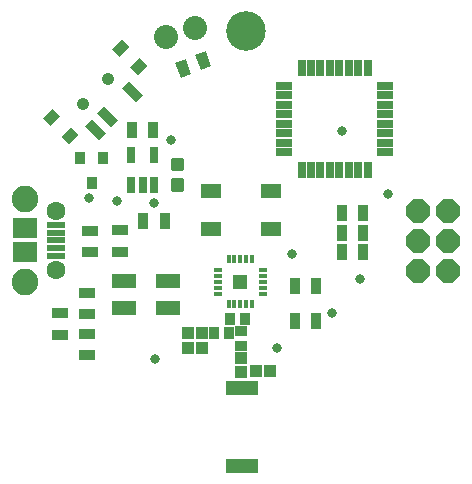
<source format=gts>
G75*
%MOIN*%
%OFA0B0*%
%FSLAX25Y25*%
%IPPOS*%
%LPD*%
%AMOC8*
5,1,8,0,0,1.08239X$1,22.5*
%
%ADD10C,0.13198*%
%ADD11R,0.05600X0.02800*%
%ADD12R,0.02800X0.05600*%
%ADD13R,0.03750X0.04143*%
%ADD14R,0.07100X0.04537*%
%ADD15R,0.03750X0.05324*%
%ADD16R,0.05324X0.03750*%
%ADD17C,0.08000*%
%ADD18R,0.02765X0.05324*%
%ADD19C,0.06309*%
%ADD20R,0.05915X0.02175*%
%ADD21R,0.08080X0.06506*%
%ADD22C,0.08868*%
%ADD23R,0.10600X0.04600*%
%ADD24R,0.04537X0.04537*%
%ADD25R,0.03159X0.01781*%
%ADD26R,0.01781X0.03159*%
%ADD27OC8,0.08000*%
%ADD28R,0.04537X0.03750*%
%ADD29R,0.03356X0.06506*%
%ADD30C,0.04143*%
%ADD31R,0.08080X0.04931*%
%ADD32C,0.01361*%
%ADD33R,0.03946X0.04143*%
%ADD34R,0.04143X0.03946*%
%ADD35R,0.03356X0.04143*%
%ADD36R,0.04143X0.03356*%
%ADD37C,0.03300*%
D10*
X0086458Y0165142D03*
D11*
X0099005Y0146760D03*
X0099005Y0143610D03*
X0099005Y0140461D03*
X0099005Y0137311D03*
X0099005Y0134161D03*
X0099005Y0131012D03*
X0099005Y0127862D03*
X0099005Y0124713D03*
X0132805Y0124713D03*
X0132805Y0127862D03*
X0132805Y0131012D03*
X0132805Y0134161D03*
X0132805Y0137311D03*
X0132805Y0140461D03*
X0132805Y0143610D03*
X0132805Y0146760D03*
D12*
X0126928Y0152636D03*
X0123779Y0152636D03*
X0120629Y0152636D03*
X0117480Y0152636D03*
X0114330Y0152636D03*
X0111180Y0152636D03*
X0108031Y0152636D03*
X0104881Y0152636D03*
X0104881Y0118836D03*
X0108031Y0118836D03*
X0111180Y0118836D03*
X0114330Y0118836D03*
X0117480Y0118836D03*
X0120629Y0118836D03*
X0123779Y0118836D03*
X0126928Y0118836D03*
D13*
X0038652Y0122585D03*
X0031171Y0122585D03*
X0034912Y0114317D03*
D14*
X0074579Y0111633D03*
X0074579Y0099035D03*
X0094870Y0099035D03*
X0094870Y0111633D03*
D15*
X0118407Y0104472D03*
X0118439Y0097867D03*
X0118323Y0091268D03*
X0125410Y0091268D03*
X0125525Y0097867D03*
X0125494Y0104472D03*
X0109674Y0080168D03*
X0102587Y0080168D03*
X0102587Y0068357D03*
X0109674Y0068357D03*
X0059281Y0101853D03*
X0052194Y0101853D03*
X0055416Y0132188D03*
X0048329Y0132188D03*
G36*
X0062728Y0154514D02*
X0066251Y0155796D01*
X0068072Y0150794D01*
X0064549Y0149512D01*
X0062728Y0154514D01*
G37*
G36*
X0069387Y0156937D02*
X0072910Y0158219D01*
X0074731Y0153217D01*
X0071208Y0151935D01*
X0069387Y0156937D01*
G37*
D16*
X0033296Y0056940D03*
X0033296Y0064026D03*
X0033296Y0070719D03*
X0033296Y0077806D03*
X0024275Y0070888D03*
X0024275Y0063801D03*
X0034214Y0091456D03*
X0034214Y0098542D03*
X0044469Y0098552D03*
X0044469Y0091465D03*
D17*
X0059754Y0162983D03*
X0069312Y0165923D03*
D18*
X0055616Y0123867D03*
X0048136Y0123867D03*
X0048136Y0113630D03*
X0051876Y0113630D03*
X0055616Y0113630D03*
D19*
X0023194Y0105144D03*
X0023194Y0085459D03*
D20*
X0023194Y0090183D03*
X0023194Y0092742D03*
X0023194Y0095301D03*
X0023194Y0097860D03*
X0023194Y0100419D03*
D21*
X0012564Y0099238D03*
X0012564Y0091364D03*
D22*
X0012605Y0081524D03*
X0012559Y0109096D03*
D23*
X0084875Y0046193D03*
X0084875Y0020193D03*
D24*
X0084482Y0081468D03*
D25*
X0091962Y0081468D03*
X0091962Y0083436D03*
X0091962Y0085405D03*
X0091962Y0079499D03*
X0091962Y0077531D03*
X0077002Y0077531D03*
X0077002Y0079499D03*
X0077002Y0081468D03*
X0077002Y0083436D03*
X0077002Y0085405D03*
D26*
X0080545Y0088948D03*
X0082513Y0088948D03*
X0084482Y0088948D03*
X0086450Y0088948D03*
X0088419Y0088948D03*
X0088419Y0073988D03*
X0086450Y0073988D03*
X0084482Y0073988D03*
X0082513Y0073988D03*
X0080545Y0073988D03*
D27*
X0143725Y0084976D03*
X0143725Y0094976D03*
X0153725Y0094976D03*
X0153725Y0084976D03*
X0153725Y0104976D03*
X0143725Y0104976D03*
D28*
G36*
X0047802Y0152976D02*
X0051008Y0156182D01*
X0053660Y0153530D01*
X0050454Y0150324D01*
X0047802Y0152976D01*
G37*
G36*
X0041678Y0159100D02*
X0044884Y0162306D01*
X0047536Y0159654D01*
X0044330Y0156448D01*
X0041678Y0159100D01*
G37*
G36*
X0018572Y0135994D02*
X0021778Y0139200D01*
X0024430Y0136548D01*
X0021224Y0133342D01*
X0018572Y0135994D01*
G37*
G36*
X0024696Y0129869D02*
X0027902Y0133075D01*
X0030554Y0130423D01*
X0027348Y0127217D01*
X0024696Y0129869D01*
G37*
D29*
G36*
X0032630Y0133347D02*
X0035003Y0135720D01*
X0039602Y0131121D01*
X0037229Y0128748D01*
X0032630Y0133347D01*
G37*
G36*
X0036806Y0137523D02*
X0039179Y0139896D01*
X0043778Y0135297D01*
X0041405Y0132924D01*
X0036806Y0137523D01*
G37*
G36*
X0045157Y0145875D02*
X0047530Y0148248D01*
X0052129Y0143649D01*
X0049756Y0141276D01*
X0045157Y0145875D01*
G37*
D30*
X0040292Y0148938D03*
X0031940Y0140586D03*
D31*
X0045713Y0081624D03*
X0045713Y0072569D03*
X0060279Y0072569D03*
X0060279Y0081624D03*
D32*
X0061889Y0115233D02*
X0065065Y0115233D01*
X0065065Y0112057D01*
X0061889Y0112057D01*
X0061889Y0115233D01*
X0061889Y0113417D02*
X0065065Y0113417D01*
X0065065Y0114777D02*
X0061889Y0114777D01*
X0061889Y0122138D02*
X0065065Y0122138D01*
X0065065Y0118962D01*
X0061889Y0118962D01*
X0061889Y0122138D01*
X0061889Y0120322D02*
X0065065Y0120322D01*
X0065065Y0121682D02*
X0061889Y0121682D01*
D33*
X0066984Y0064406D03*
X0071551Y0064406D03*
X0071564Y0059323D03*
X0066997Y0059323D03*
X0089682Y0051809D03*
X0094249Y0051809D03*
D34*
X0084871Y0051507D03*
X0084871Y0056073D03*
D35*
X0080737Y0064420D03*
X0080930Y0068951D03*
X0086048Y0068951D03*
X0075619Y0064420D03*
D36*
X0084871Y0065010D03*
X0084871Y0059892D03*
D37*
X0096682Y0059302D03*
X0115186Y0071113D03*
X0124241Y0082530D03*
X0101800Y0090798D03*
X0133690Y0110680D03*
X0118335Y0131743D03*
X0061249Y0128593D03*
X0043532Y0108514D03*
X0034083Y0109302D03*
X0055737Y0107727D03*
X0056131Y0055759D03*
M02*

</source>
